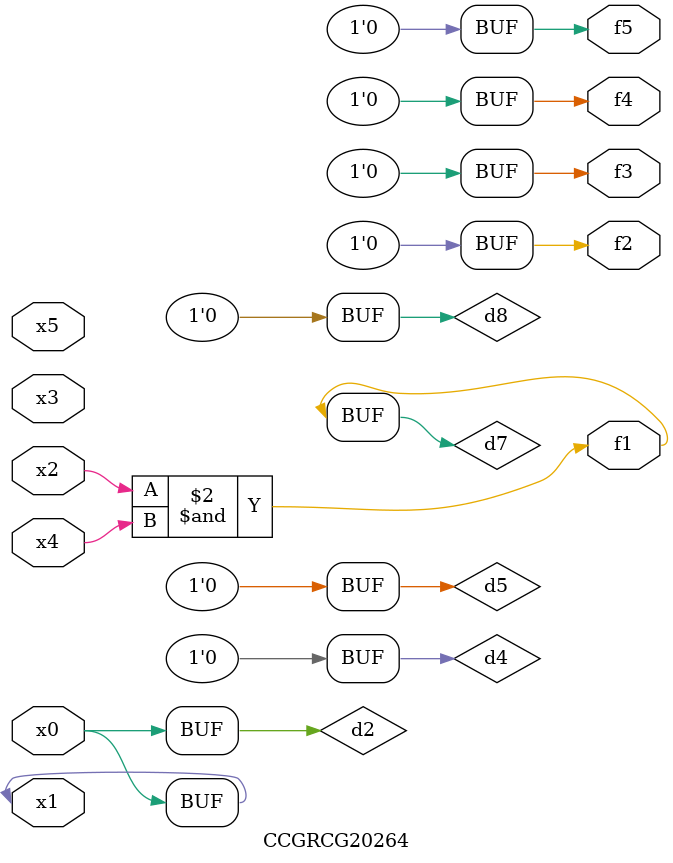
<source format=v>
module CCGRCG20264(
	input x0, x1, x2, x3, x4, x5,
	output f1, f2, f3, f4, f5
);

	wire d1, d2, d3, d4, d5, d6, d7, d8, d9;

	nand (d1, x1);
	buf (d2, x0, x1);
	nand (d3, x2, x4);
	and (d4, d1, d2);
	and (d5, d1, d2);
	nand (d6, d1, d3);
	not (d7, d3);
	xor (d8, d5);
	nor (d9, d5, d6);
	assign f1 = d7;
	assign f2 = d8;
	assign f3 = d8;
	assign f4 = d8;
	assign f5 = d8;
endmodule

</source>
